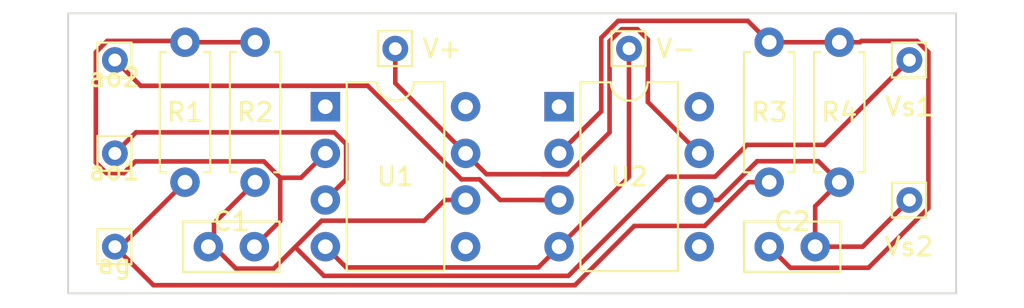
<source format=kicad_pcb>
(kicad_pcb (version 20221018) (generator pcbnew)
  (layers (0 "F.Cu" signal) (31 "B.Cu" signal) (34 "B.Paste" user) (35 "F.Paste" user) (36 "B.SilkS" user "B.Silkscreen") (37 "F.SilkS" user "F.Silkscreen") (38 "B.Mask" user) (39 "F.Mask" user) (44 "Edge.Cuts" user))
  (net 0 "")
  (net 1 "Net-(U1-+)")
  (net 2 "Net-(ag1-Pin_1)")
  (net 3 "Net-(Vs1-Pin_1)")
  (net 4 "Net-(U1--)")
  (net 6 "Net-(U2-+)")
  (net 7 "Net-(Vs2-Pin_1)")
  (net 8 "Net-(U2--)")
  (net 10 "Net-(U1-V+)")
  (net 11 "Net-(U1-V-)")
  (footprint "Resistor_THT:R_Axial_DIN0207_L6.3mm_D2.5mm_P7.62mm_Horizontal" (layer "F.Cu") (at 134.62 77.77 90)
    (fp_text reference "R2" (at 3.81 0 180) (layer "F.SilkS"))
    (fp_text value "20k")
    (fp_line (start 0.54 -1.37) (end 7.08 -1.37) (stroke (width 0.12)) (layer "F.SilkS"))
    (fp_line (start 0.54 -1.04) (end 0.54 -1.37) (stroke (width 0.12)) (layer "F.SilkS"))
    (fp_line (start 0.54 1.04) (end 0.54 1.37) (stroke (width 0.12)) (layer "F.SilkS"))
    (fp_line (start 0.54 1.37) (end 7.08 1.37) (stroke (width 0.12)) (layer "F.SilkS"))
    (fp_line (start 7.08 -1.37) (end 7.08 -1.04) (stroke (width 0.12)) (layer "F.SilkS"))
    (fp_line (start 7.08 1.37) (end 7.08 1.04) (stroke (width 0.12)) (layer "F.SilkS"))
    (pad "1" thru_hole circle (at 0 0 90) (size 1.6 1.6) (drill 0.8) (layers "*.Cu" "*.Mask") (net 3 "Net-(Vs1-Pin_1)"))
    (pad "2" thru_hole oval (at 7.62 0 90) (size 1.6 1.6) (drill 0.8) (layers "*.Cu" "*.Mask") (net 4 "Net-(U1--)"))
  )
  (footprint "Capacitor_THT:C_Disc_D5.0mm_W2.5mm_P2.50mm" (layer "F.Cu") (at 132.08 81.28)
    (fp_text reference "C1" (at 1.25 -1.37) (layer "F.SilkS"))
    (fp_text value "40p")
    (fp_line (start -1.37 -1.37) (end -1.37 1.37) (stroke (width 0.12)) (layer "F.SilkS"))
    (fp_line (start -1.37 -1.37) (end 3.87 -1.37) (stroke (width 0.12)) (layer "F.SilkS"))
    (fp_line (start -1.37 1.37) (end 3.87 1.37) (stroke (width 0.12)) (layer "F.SilkS"))
    (fp_line (start 3.87 -1.37) (end 3.87 1.37) (stroke (width 0.12)) (layer "F.SilkS"))
    (pad "1" thru_hole circle (at 0 0) (size 1.6 1.6) (drill 0.8) (layers "*.Cu" "*.Mask") (net 3 "Net-(Vs1-Pin_1)"))
    (pad "2" thru_hole circle (at 2.5 0) (size 1.6 1.6) (drill 0.8) (layers "*.Cu" "*.Mask") (net 4 "Net-(U1--)"))
  )
  (footprint "Package_DIP:DIP-8_W7.62mm" (layer "F.Cu") (at 138.44 73.66)
    (fp_text reference "U1" (at 3.8 3.8) (layer "F.SilkS"))
    (fp_text value "LTC6090")
    (fp_line (start 1.16 -1.33) (end 1.16 8.95) (stroke (width 0.12)) (layer "F.SilkS"))
    (fp_line (start 1.16 8.95) (end 6.46 8.95) (stroke (width 0.12)) (layer "F.SilkS"))
    (fp_line (start 2.81 -1.33) (end 1.16 -1.33) (stroke (width 0.12)) (layer "F.SilkS"))
    (fp_line (start 6.46 -1.33) (end 4.81 -1.33) (stroke (width 0.12)) (layer "F.SilkS"))
    (fp_line (start 6.46 8.95) (end 6.46 -1.33) (stroke (width 0.12)) (layer "F.SilkS"))
    (fp_arc (start 4.81 -1.33) (mid 3.81 -0.33) (end 2.81 -1.33) (stroke (width 0.12)) (layer "F.SilkS"))
    (pad "1" thru_hole rect (at 0 0) (size 1.6 1.6) (drill 0.8) (layers "*.Cu" "*.Mask"))
    (pad "2" thru_hole oval (at 0 2.54) (size 1.6 1.6) (drill 0.8) (layers "*.Cu" "*.Mask") (net 4 "Net-(U1--)"))
    (pad "3" thru_hole oval (at 0 5.08) (size 1.6 1.6) (drill 0.8) (layers "*.Cu" "*.Mask") (net 1 "Net-(U1-+)"))
    (pad "4" thru_hole oval (at 0 7.62) (size 1.6 1.6) (drill 0.8) (layers "*.Cu" "*.Mask") (net 11 "Net-(U1-V-)"))
    (pad "5" thru_hole oval (at 7.62 7.62) (size 1.6 1.6) (drill 0.8) (layers "*.Cu" "*.Mask"))
    (pad "6" thru_hole oval (at 7.62 5.08) (size 1.6 1.6) (drill 0.8) (layers "*.Cu" "*.Mask") (net 3 "Net-(Vs1-Pin_1)"))
    (pad "7" thru_hole oval (at 7.62 2.54) (size 1.6 1.6) (drill 0.8) (layers "*.Cu" "*.Mask") (net 10 "Net-(U1-V+)"))
    (pad "8" thru_hole oval (at 7.62 0) (size 1.6 1.6) (drill 0.8) (layers "*.Cu" "*.Mask"))
  )
  (footprint "Connector_Pin:Pin_D0.7mm_L6.5mm_W1.8mm_FlatFork" (layer "F.Cu") (at 154.94 70.5)
    (fp_text reference "V-" (at 2.54 0) (layer "F.SilkS"))
    (fp_text value "Conn_01x01_Pin")
    (fp_line (start -0.95 -0.95) (end -0.95 0.95) (stroke (width 0.12)) (layer "F.SilkS"))
    (fp_line (start -0.95 0.95) (end 0.9 0.95) (stroke (width 0.12)) (layer "F.SilkS"))
    (fp_line (start 0.9 -0.95) (end -0.95 -0.95) (stroke (width 0.12)) (layer "F.SilkS"))
    (fp_line (start 0.9 -0.9) (end 0.9 -0.95) (stroke (width 0.12)) (layer "F.SilkS"))
    (fp_line (start 0.9 0.95) (end 0.9 -0.9) (stroke (width 0.12)) (layer "F.SilkS"))
    (pad "1" thru_hole circle (at 0 0) (size 1.4 1.4) (drill 0.7) (layers "*.Cu" "*.Mask") (net 11 "Net-(U1-V-)"))
  )
  (footprint "Resistor_THT:R_Axial_DIN0207_L6.3mm_D2.5mm_P7.62mm_Horizontal" (layer "F.Cu") (at 130.81 70.15 -90)
    (fp_text reference "R1" (at 3.81 0 -180) (layer "F.SilkS"))
    (fp_text value "10k")
    (fp_line (start 0.54 -1.37) (end 7.08 -1.37) (stroke (width 0.12)) (layer "F.SilkS"))
    (fp_line (start 0.54 -1.04) (end 0.54 -1.37) (stroke (width 0.12)) (layer "F.SilkS"))
    (fp_line (start 0.54 1.04) (end 0.54 1.37) (stroke (width 0.12)) (layer "F.SilkS"))
    (fp_line (start 0.54 1.37) (end 7.08 1.37) (stroke (width 0.12)) (layer "F.SilkS"))
    (fp_line (start 7.08 -1.37) (end 7.08 -1.04) (stroke (width 0.12)) (layer "F.SilkS"))
    (fp_line (start 7.08 1.37) (end 7.08 1.04) (stroke (width 0.12)) (layer "F.SilkS"))
    (pad "1" thru_hole circle (at 0 0 270) (size 1.6 1.6) (drill 0.8) (layers "*.Cu" "*.Mask") (net 4 "Net-(U1--)"))
    (pad "2" thru_hole oval (at 7.62 0 270) (size 1.6 1.6) (drill 0.8) (layers "*.Cu" "*.Mask") (net 2 "Net-(ag1-Pin_1)"))
  )
  (footprint "Connector_Pin:Pin_D0.7mm_L6.5mm_W1.8mm_FlatFork" (layer "F.Cu") (at 142.24 70.5)
    (fp_text reference "V+" (at 2.54 0) (layer "F.SilkS"))
    (fp_text value "Conn_01x01_Pin")
    (fp_line (start -0.95 -0.95) (end -0.95 0.95) (stroke (width 0.12)) (layer "F.SilkS"))
    (fp_line (start -0.95 0.95) (end 0.9 0.95) (stroke (width 0.12)) (layer "F.SilkS"))
    (fp_line (start 0.9 -0.95) (end -0.95 -0.95) (stroke (width 0.12)) (layer "F.SilkS"))
    (fp_line (start 0.9 -0.9) (end 0.9 -0.95) (stroke (width 0.12)) (layer "F.SilkS"))
    (fp_line (start 0.9 0.95) (end 0.9 -0.9) (stroke (width 0.12)) (layer "F.SilkS"))
    (pad "1" thru_hole circle (at 0 0) (size 1.4 1.4) (drill 0.7) (layers "*.Cu" "*.Mask") (net 10 "Net-(U1-V+)"))
  )
  (footprint "Resistor_THT:R_Axial_DIN0207_L6.3mm_D2.5mm_P7.62mm_Horizontal" (layer "F.Cu") (at 166.37 77.77 90)
    (fp_text reference "R4" (at 3.81 0 180) (layer "F.SilkS"))
    (fp_text value "20k")
    (fp_line (start 0.54 -1.37) (end 7.08 -1.37) (stroke (width 0.12)) (layer "F.SilkS"))
    (fp_line (start 0.54 -1.04) (end 0.54 -1.37) (stroke (width 0.12)) (layer "F.SilkS"))
    (fp_line (start 0.54 1.04) (end 0.54 1.37) (stroke (width 0.12)) (layer "F.SilkS"))
    (fp_line (start 0.54 1.37) (end 7.08 1.37) (stroke (width 0.12)) (layer "F.SilkS"))
    (fp_line (start 7.08 -1.37) (end 7.08 -1.04) (stroke (width 0.12)) (layer "F.SilkS"))
    (fp_line (start 7.08 1.37) (end 7.08 1.04) (stroke (width 0.12)) (layer "F.SilkS"))
    (pad "1" thru_hole circle (at 0 0 90) (size 1.6 1.6) (drill 0.8) (layers "*.Cu" "*.Mask") (net 7 "Net-(Vs2-Pin_1)"))
    (pad "2" thru_hole oval (at 7.62 0 90) (size 1.6 1.6) (drill 0.8) (layers "*.Cu" "*.Mask") (net 8 "Net-(U2--)"))
  )
  (footprint "Connector_Pin:Pin_D0.7mm_L6.5mm_W1.8mm_FlatFork" (layer "F.Cu") (at 170.18 78.74)
    (fp_text reference "Vs2" (at -0.025 2.54) (layer "F.SilkS"))
    (fp_text value "Conn_01x01_Pin")
    (fp_line (start -0.95 -0.95) (end -0.95 0.95) (stroke (width 0.12)) (layer "F.SilkS"))
    (fp_line (start -0.95 0.95) (end 0.9 0.95) (stroke (width 0.12)) (layer "F.SilkS"))
    (fp_line (start 0.9 -0.95) (end -0.95 -0.95) (stroke (width 0.12)) (layer "F.SilkS"))
    (fp_line (start 0.9 -0.9) (end 0.9 -0.95) (stroke (width 0.12)) (layer "F.SilkS"))
    (fp_line (start 0.9 0.95) (end 0.9 -0.9) (stroke (width 0.12)) (layer "F.SilkS"))
    (pad "1" thru_hole circle (at 0 0) (size 1.4 1.4) (drill 0.7) (layers "*.Cu" "*.Mask") (net 7 "Net-(Vs2-Pin_1)"))
  )
  (footprint "Connector_Pin:Pin_D0.7mm_L6.5mm_W1.8mm_FlatFork" (layer "F.Cu") (at 127 76.2)
    (fp_text reference "ao1" (at -0.025 0.95) (layer "F.SilkS"))
    (fp_text value "Conn_01x01_Pin")
    (fp_line (start -0.95 -0.95) (end -0.95 0.95) (stroke (width 0.12)) (layer "F.SilkS"))
    (fp_line (start -0.95 0.95) (end 0.9 0.95) (stroke (width 0.12)) (layer "F.SilkS"))
    (fp_line (start 0.9 -0.95) (end -0.95 -0.95) (stroke (width 0.12)) (layer "F.SilkS"))
    (fp_line (start 0.9 -0.9) (end 0.9 -0.95) (stroke (width 0.12)) (layer "F.SilkS"))
    (fp_line (start 0.9 0.95) (end 0.9 -0.9) (stroke (width 0.12)) (layer "F.SilkS"))
    (pad "1" thru_hole circle (at 0 0) (size 1.4 1.4) (drill 0.7) (layers "*.Cu" "*.Mask") (net 1 "Net-(U1-+)"))
  )
  (footprint "Connector_Pin:Pin_D0.7mm_L6.5mm_W1.8mm_FlatFork" (layer "F.Cu") (at 127 71.12)
    (fp_text reference "ao2" (at -0.025 0.95) (layer "F.SilkS"))
    (fp_text value "Conn_01x01_Pin")
    (fp_line (start -0.95 -0.95) (end -0.95 0.95) (stroke (width 0.12)) (layer "F.SilkS"))
    (fp_line (start -0.95 0.95) (end 0.9 0.95) (stroke (width 0.12)) (layer "F.SilkS"))
    (fp_line (start 0.9 -0.95) (end -0.95 -0.95) (stroke (width 0.12)) (layer "F.SilkS"))
    (fp_line (start 0.9 -0.9) (end 0.9 -0.95) (stroke (width 0.12)) (layer "F.SilkS"))
    (fp_line (start 0.9 0.95) (end 0.9 -0.9) (stroke (width 0.12)) (layer "F.SilkS"))
    (pad "1" thru_hole circle (at 0 0) (size 1.4 1.4) (drill 0.7) (layers "*.Cu" "*.Mask") (net 6 "Net-(U2-+)"))
  )
  (footprint "Connector_Pin:Pin_D0.7mm_L6.5mm_W1.8mm_FlatFork" (layer "F.Cu") (at 127 81.28)
    (fp_text reference "ag" (at -0.025 0.95) (layer "F.SilkS"))
    (fp_text value "Conn_01x01_Pin")
    (fp_line (start -0.95 -0.95) (end -0.95 0.95) (stroke (width 0.12)) (layer "F.SilkS"))
    (fp_line (start -0.95 0.95) (end 0.9 0.95) (stroke (width 0.12)) (layer "F.SilkS"))
    (fp_line (start 0.9 -0.95) (end -0.95 -0.95) (stroke (width 0.12)) (layer "F.SilkS"))
    (fp_line (start 0.9 -0.9) (end 0.9 -0.95) (stroke (width 0.12)) (layer "F.SilkS"))
    (fp_line (start 0.9 0.95) (end 0.9 -0.9) (stroke (width 0.12)) (layer "F.SilkS"))
    (pad "1" thru_hole circle (at 0 0) (size 1.4 1.4) (drill 0.7) (layers "*.Cu" "*.Mask") (net 2 "Net-(ag1-Pin_1)"))
  )
  (footprint "Connector_Pin:Pin_D0.7mm_L6.5mm_W1.8mm_FlatFork" (layer "F.Cu") (at 170.18 71.12)
    (fp_text reference "Vs1" (at 0 2.54) (layer "F.SilkS"))
    (fp_text value "Conn_01x01_Pin")
    (fp_line (start -0.95 -0.95) (end -0.95 0.95) (stroke (width 0.12)) (layer "F.SilkS"))
    (fp_line (start -0.95 0.95) (end 0.9 0.95) (stroke (width 0.12)) (layer "F.SilkS"))
    (fp_line (start 0.9 -0.95) (end -0.95 -0.95) (stroke (width 0.12)) (layer "F.SilkS"))
    (fp_line (start 0.9 -0.9) (end 0.9 -0.95) (stroke (width 0.12)) (layer "F.SilkS"))
    (fp_line (start 0.9 0.95) (end 0.9 -0.9) (stroke (width 0.12)) (layer "F.SilkS"))
    (pad "1" thru_hole circle (at 0 0) (size 1.4 1.4) (drill 0.7) (layers "*.Cu" "*.Mask") (net 3 "Net-(Vs1-Pin_1)"))
  )
  (footprint "Package_DIP:DIP-8_W7.62mm" (layer "F.Cu") (at 151.14 73.66)
    (fp_text reference "U2" (at 3.81 3.81) (layer "F.SilkS"))
    (fp_text value "LTC6090")
    (fp_line (start 1.16 -1.33) (end 1.16 8.95) (stroke (width 0.12)) (layer "F.SilkS"))
    (fp_line (start 1.16 8.95) (end 6.46 8.95) (stroke (width 0.12)) (layer "F.SilkS"))
    (fp_line (start 2.81 -1.33) (end 1.16 -1.33) (stroke (width 0.12)) (layer "F.SilkS"))
    (fp_line (start 6.46 -1.33) (end 4.81 -1.33) (stroke (width 0.12)) (layer "F.SilkS"))
    (fp_line (start 6.46 8.95) (end 6.46 -1.33) (stroke (width 0.12)) (layer "F.SilkS"))
    (fp_arc (start 4.81 -1.33) (mid 3.81 -0.33) (end 2.81 -1.33) (stroke (width 0.12)) (layer "F.SilkS"))
    (pad "1" thru_hole rect (at 0 0) (size 1.6 1.6) (drill 0.8) (layers "*.Cu" "*.Mask"))
    (pad "2" thru_hole oval (at 0 2.54) (size 1.6 1.6) (drill 0.8) (layers "*.Cu" "*.Mask") (net 8 "Net-(U2--)"))
    (pad "3" thru_hole oval (at 0 5.08) (size 1.6 1.6) (drill 0.8) (layers "*.Cu" "*.Mask") (net 6 "Net-(U2-+)"))
    (pad "4" thru_hole oval (at 0 7.62) (size 1.6 1.6) (drill 0.8) (layers "*.Cu" "*.Mask") (net 11 "Net-(U1-V-)"))
    (pad "5" thru_hole oval (at 7.62 7.62) (size 1.6 1.6) (drill 0.8) (layers "*.Cu" "*.Mask"))
    (pad "6" thru_hole oval (at 7.62 5.08) (size 1.6 1.6) (drill 0.8) (layers "*.Cu" "*.Mask") (net 7 "Net-(Vs2-Pin_1)"))
    (pad "7" thru_hole oval (at 7.62 2.54) (size 1.6 1.6) (drill 0.8) (layers "*.Cu" "*.Mask") (net 10 "Net-(U1-V+)"))
    (pad "8" thru_hole oval (at 7.62 0) (size 1.6 1.6) (drill 0.8) (layers "*.Cu" "*.Mask"))
  )
  (footprint "Capacitor_THT:C_Disc_D5.0mm_W2.5mm_P2.50mm" (layer "F.Cu") (at 165.06 81.28 180)
    (fp_text reference "C2" (at 1.25 1.37) (layer "F.SilkS"))
    (fp_text value "40p")
    (fp_line (start -1.37 -1.37) (end -1.37 1.37) (stroke (width 0.12)) (layer "F.SilkS"))
    (fp_line (start -1.37 -1.37) (end 3.87 -1.37) (stroke (width 0.12)) (layer "F.SilkS"))
    (fp_line (start -1.37 1.37) (end 3.87 1.37) (stroke (width 0.12)) (layer "F.SilkS"))
    (fp_line (start 3.87 -1.37) (end 3.87 1.37) (stroke (width 0.12)) (layer "F.SilkS"))
    (pad "1" thru_hole circle (at 0 0 180) (size 1.6 1.6) (drill 0.8) (layers "*.Cu" "*.Mask") (net 7 "Net-(Vs2-Pin_1)"))
    (pad "2" thru_hole circle (at 2.5 0 180) (size 1.6 1.6) (drill 0.8) (layers "*.Cu" "*.Mask") (net 8 "Net-(U2--)"))
  )
  (footprint "Resistor_THT:R_Axial_DIN0207_L6.3mm_D2.5mm_P7.62mm_Horizontal" (layer "F.Cu") (at 162.56 70.15 -90)
    (fp_text reference "R3" (at 3.81 0 -180) (layer "F.SilkS"))
    (fp_text value "10k")
    (fp_line (start 0.54 -1.37) (end 7.08 -1.37) (stroke (width 0.12)) (layer "F.SilkS"))
    (fp_line (start 0.54 -1.04) (end 0.54 -1.37) (stroke (width 0.12)) (layer "F.SilkS"))
    (fp_line (start 0.54 1.04) (end 0.54 1.37) (stroke (width 0.12)) (layer "F.SilkS"))
    (fp_line (start 0.54 1.37) (end 7.08 1.37) (stroke (width 0.12)) (layer "F.SilkS"))
    (fp_line (start 7.08 -1.37) (end 7.08 -1.04) (stroke (width 0.12)) (layer "F.SilkS"))
    (fp_line (start 7.08 1.37) (end 7.08 1.04) (stroke (width 0.12)) (layer "F.SilkS"))
    (pad "1" thru_hole circle (at 0 0 270) (size 1.6 1.6) (drill 0.8) (layers "*.Cu" "*.Mask") (net 8 "Net-(U2--)"))
    (pad "2" thru_hole oval (at 7.62 0 270) (size 1.6 1.6) (drill 0.8) (layers "*.Cu" "*.Mask") (net 2 "Net-(ag1-Pin_1)"))
  )
  (gr_rect (start 124.46 68.58) (end 172.72 83.82) (stroke (width 0.1)) (fill none) (layer "Edge.Cuts"))
  (segment (start 127 76.2) (end 128.1439 75.0561) (width 0.25) (layer "F.Cu") (net 1))
  (segment (start 139.565 75.6953) (end 138.9258 75.0561) (width 0.25) (layer "F.Cu") (net 1))
  (segment (start 139.565 77.615) (end 139.565 75.6953) (width 0.25) (layer "F.Cu") (net 1))
  (segment (start 138.44 78.74) (end 139.565 77.615) (width 0.25) (layer "F.Cu") (net 1))
  (segment (start 128.1439 75.0561) (end 138.9258 75.0561) (width 0.25) (layer "F.Cu") (net 1))
  (segment (start 127.3 81.28) (end 127 81.28) (width 0.25) (layer "F.Cu") (net 2))
  (segment (start 130.81 77.77) (end 127.3 81.28) (width 0.25) (layer "F.Cu") (net 2))
  (segment (start 152.0019 83.3765) (end 129.0965 83.3765) (width 0.25) (layer "F.Cu") (net 2))
  (segment (start 161.4331 77.77) (end 159.0523 80.1508) (width 0.25) (layer "F.Cu") (net 2))
  (segment (start 155.2276 80.1508) (end 152.0019 83.3765) (width 0.25) (layer "F.Cu") (net 2))
  (segment (start 159.0523 80.1508) (end 155.2276 80.1508) (width 0.25) (layer "F.Cu") (net 2))
  (segment (start 129.0965 83.3765) (end 127 81.28) (width 0.25) (layer "F.Cu") (net 2))
  (segment (start 162.56 77.77) (end 161.4331 77.77) (width 0.25) (layer "F.Cu") (net 2))
  (segment (start 161.352 75.7373) (end 159.6193 77.47) (width 0.25) (layer "F.Cu") (net 3))
  (segment (start 138.2291 79.8669) (end 136.7942 81.3018) (width 0.25) (layer "F.Cu") (net 3))
  (segment (start 170.18 71.12) (end 165.5627 75.7373) (width 0.25) (layer "F.Cu") (net 3))
  (segment (start 157.0444 77.47) (end 151.6461 82.8683) (width 0.25) (layer "F.Cu") (net 3))
  (segment (start 133.5795 82.4727) (end 132.3868 81.28) (width 0.25) (layer "F.Cu") (net 3))
  (segment (start 136.7942 81.3018) (end 135.6233 82.4727) (width 0.25) (layer "F.Cu") (net 3))
  (segment (start 146.06 78.74) (end 144.9331 78.74) (width 0.25) (layer "F.Cu") (net 3))
  (segment (start 159.6193 77.47) (end 157.0444 77.47) (width 0.25) (layer "F.Cu") (net 3))
  (segment (start 165.5627 75.7373) (end 161.352 75.7373) (width 0.25) (layer "F.Cu") (net 3))
  (segment (start 143.8062 79.8669) (end 138.2291 79.8669) (width 0.25) (layer "F.Cu") (net 3))
  (segment (start 135.6233 82.4727) (end 133.5795 82.4727) (width 0.25) (layer "F.Cu") (net 3))
  (segment (start 151.6461 82.8683) (end 138.3607 82.8683) (width 0.25) (layer "F.Cu") (net 3))
  (segment (start 144.9331 78.74) (end 143.8062 79.8669) (width 0.25) (layer "F.Cu") (net 3))
  (segment (start 132.08 81.28) (end 132.3868 81.28) (width 0.25) (layer "F.Cu") (net 3))
  (segment (start 138.3607 82.8683) (end 136.7942 81.3018) (width 0.25) (layer "F.Cu") (net 3))
  (segment (start 132.3868 81.28) (end 132.3868 80.0032) (width 0.25) (layer "F.Cu") (net 3))
  (segment (start 132.3868 80.0032) (end 134.62 77.77) (width 0.25) (layer "F.Cu") (net 3))
  (segment (start 127.4809 77.2731) (end 126.5368 77.2731) (width 0.25) (layer "F.Cu") (net 4))
  (segment (start 135.9859 79.8741) (end 135.9859 77.5272) (width 0.25) (layer "F.Cu") (net 4))
  (segment (start 125.9655 70.6932) (end 126.5778 70.0809) (width 0.25) (layer "F.Cu") (net 4))
  (segment (start 137.1128 77.5272) (end 135.9859 77.5272) (width 0.25) (layer "F.Cu") (net 4))
  (segment (start 126.5368 77.2731) (end 125.9655 76.7018) (width 0.25) (layer "F.Cu") (net 4))
  (segment (start 135.0972 76.6385) (end 128.1155 76.6385) (width 0.25) (layer "F.Cu") (net 4))
  (segment (start 130.7409 70.0809) (end 130.81 70.15) (width 0.25) (layer "F.Cu") (net 4))
  (segment (start 125.9655 76.7018) (end 125.9655 70.6932) (width 0.25) (layer "F.Cu") (net 4))
  (segment (start 134.58 81.28) (end 135.9859 79.8741) (width 0.25) (layer "F.Cu") (net 4))
  (segment (start 138.44 76.2) (end 137.1128 77.5272) (width 0.25) (layer "F.Cu") (net 4))
  (segment (start 128.1155 76.6385) (end 127.4809 77.2731) (width 0.25) (layer "F.Cu") (net 4))
  (segment (start 135.9859 77.5272) (end 135.0972 76.6385) (width 0.25) (layer "F.Cu") (net 4))
  (segment (start 134.62 70.15) (end 133.4931 70.15) (width 0.25) (layer "F.Cu") (net 4))
  (segment (start 126.5778 70.0809) (end 130.7409 70.0809) (width 0.25) (layer "F.Cu") (net 4))
  (segment (start 130.81 70.15) (end 133.4931 70.15) (width 0.25) (layer "F.Cu") (net 4))
  (segment (start 127 71.12) (end 128.4028 72.5228) (width 0.25) (layer "F.Cu") (net 6))
  (segment (start 147.940991 78.74) (end 146.814091 77.6131) (width 0.25) (layer "F.Cu") (net 6))
  (segment (start 128.4028 72.5228) (end 140.7434 72.5228) (width 0.25) (layer "F.Cu") (net 6))
  (segment (start 151.14 78.74) (end 150.0131 78.74) (width 0.25) (layer "F.Cu") (net 6))
  (segment (start 140.7434 72.5228) (end 145.8337 77.6131) (width 0.25) (layer "F.Cu") (net 6))
  (segment (start 146.814091 77.6131) (end 145.8337 77.6131) (width 0.25) (layer "F.Cu") (net 6))
  (segment (start 151.14 78.74) (end 147.940991 78.74) (width 0.25) (layer "F.Cu") (net 6))
  (segment (start 159.7898 78.74) (end 161.9012 76.6286) (width 0.25) (layer "F.Cu") (net 7))
  (segment (start 165.06 81.28) (end 165.06 79.08) (width 0.25) (layer "F.Cu") (net 7))
  (segment (start 161.9012 76.6286) (end 165.2286 76.6286) (width 0.25) (layer "F.Cu") (net 7))
  (segment (start 167.64 81.28) (end 170.18 78.74) (width 0.25) (layer "F.Cu") (net 7))
  (segment (start 165.06 79.08) (end 166.37 77.77) (width 0.25) (layer "F.Cu") (net 7))
  (segment (start 165.06 80.05) (end 165.06 81.28) (width 0.25) (layer "F.Cu") (net 7))
  (segment (start 158.76 78.74) (end 159.7898 78.74) (width 0.25) (layer "F.Cu") (net 7))
  (segment (start 165.2286 76.6286) (end 166.37 77.77) (width 0.25) (layer "F.Cu") (net 7))
  (segment (start 165.06 81.28) (end 167.64 81.28) (width 0.25) (layer "F.Cu") (net 7))
  (segment (start 167.5661 70.0808) (end 170.6029 70.0808) (width 0.25) (layer "F.Cu") (net 8))
  (segment (start 162.56 70.15) (end 161.3969 68.9869) (width 0.25) (layer "F.Cu") (net 8))
  (segment (start 161.3969 68.9869) (end 154.353 68.9869) (width 0.25) (layer "F.Cu") (net 8))
  (segment (start 153.4338 69.9061) (end 154.353 68.9869) (width 0.25) (layer "F.Cu") (net 8))
  (segment (start 165.8066 70.15) (end 165.2431 70.15) (width 0.25) (layer "F.Cu") (net 8))
  (segment (start 163.7074 82.4274) (end 162.56 81.28) (width 0.25) (layer "F.Cu") (net 8))
  (segment (start 171.2128 79.1708) (end 167.9562 82.4274) (width 0.25) (layer "F.Cu") (net 8))
  (segment (start 167.4969 70.15) (end 167.5661 70.0808) (width 0.25) (layer "F.Cu") (net 8))
  (segment (start 162.56 70.15) (end 165.2431 70.15) (width 0.25) (layer "F.Cu") (net 8))
  (segment (start 167.9562 82.4274) (end 163.7074 82.4274) (width 0.25) (layer "F.Cu") (net 8))
  (segment (start 153.4338 73.9062) (end 153.4338 69.9061) (width 0.25) (layer "F.Cu") (net 8))
  (segment (start 151.14 76.2) (end 153.4338 73.9062) (width 0.25) (layer "F.Cu") (net 8))
  (segment (start 170.6029 70.0808) (end 171.2128 70.6907) (width 0.25) (layer "F.Cu") (net 8))
  (segment (start 165.8066 70.15) (end 166.37 70.15) (width 0.25) (layer "F.Cu") (net 8))
  (segment (start 166.37 70.15) (end 167.4969 70.15) (width 0.25) (layer "F.Cu") (net 8))
  (segment (start 171.2128 70.6907) (end 171.2128 79.1708) (width 0.25) (layer "F.Cu") (net 8))
  (segment (start 155.965 70.0064) (end 155.3974 69.4388) (width 0.25) (layer "F.Cu") (net 10))
  (segment (start 155.3974 69.4388) (end 154.5402 69.4388) (width 0.25) (layer "F.Cu") (net 10))
  (segment (start 153.8838 70.0952) (end 153.8838 75.0619) (width 0.25) (layer "F.Cu") (net 10))
  (segment (start 142.24 72.38) (end 146.06 76.2) (width 0.25) (layer "F.Cu") (net 10))
  (segment (start 154.5402 69.4388) (end 153.8838 70.0952) (width 0.25) (layer "F.Cu") (net 10))
  (segment (start 153.8838 75.0619) (end 151.6101 77.3356) (width 0.25) (layer "F.Cu") (net 10))
  (segment (start 147.1956 77.3356) (end 151.6101 77.3356) (width 0.25) (layer "F.Cu") (net 10))
  (segment (start 158.76 76.2) (end 155.965 73.405) (width 0.25) (layer "F.Cu") (net 10))
  (segment (start 151.6101 77.3356) (end 150.1875 77.3356) (width 0.25) (layer "F.Cu") (net 10))
  (segment (start 155.965 73.405) (end 155.965 70.0064) (width 0.25) (layer "F.Cu") (net 10))
  (segment (start 146.06 76.2) (end 147.1956 77.3356) (width 0.25) (layer "F.Cu") (net 10))
  (segment (start 142.24 70.5) (end 142.24 72.38) (width 0.25) (layer "F.Cu") (net 10))
  (segment (start 150.0101 82.4099) (end 151.14 81.28) (width 0.25) (layer "F.Cu") (net 11))
  (segment (start 138.44 81.28) (end 139.5699 82.4099) (width 0.25) (layer "F.Cu") (net 11))
  (segment (start 154.94 77.48) (end 154.94 70.5) (width 0.25) (layer "F.Cu") (net 11))
  (segment (start 151.14 81.28) (end 154.94 77.48) (width 0.25) (layer "F.Cu") (net 11))
  (segment (start 139.5699 82.4099) (end 150.0101 82.4099) (width 0.25) (layer "F.Cu") (net 11))
)
</source>
